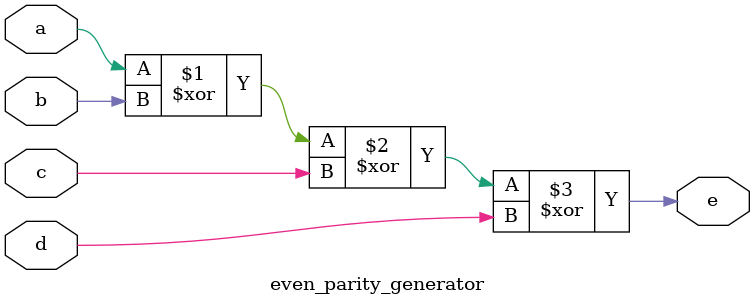
<source format=v>
`timescale 1ns / 1ps
module even_parity_generator(a, b, c, d, e);
    input a, b, c, d;
    output e;
    assign e = a ^ b ^ c ^ d;
endmodule
</source>
